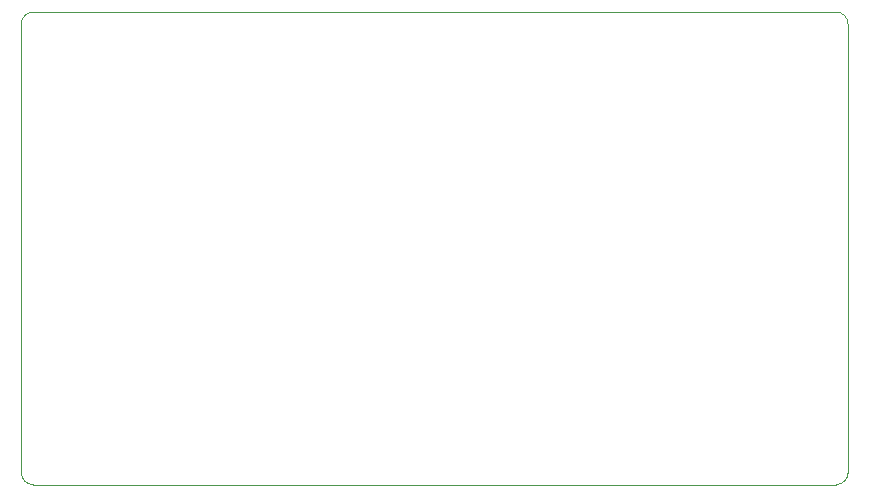
<source format=gbr>
%TF.GenerationSoftware,KiCad,Pcbnew,9.0.4-9.0.4-0~ubuntu24.04.1*%
%TF.CreationDate,2025-09-07T14:44:53-04:00*%
%TF.ProjectId,TCD1304Rev2,54434431-3330-4345-9265-76322e6b6963,rev?*%
%TF.SameCoordinates,PX7270e00PY7270e00*%
%TF.FileFunction,Profile,NP*%
%FSLAX46Y46*%
G04 Gerber Fmt 4.6, Leading zero omitted, Abs format (unit mm)*
G04 Created by KiCad (PCBNEW 9.0.4-9.0.4-0~ubuntu24.04.1) date 2025-09-07 14:44:53*
%MOMM*%
%LPD*%
G01*
G04 APERTURE LIST*
%TA.AperFunction,Profile*%
%ADD10C,0.100000*%
%TD*%
G04 APERTURE END LIST*
D10*
X0Y39000000D02*
G75*
G02*
X1000000Y40000000I1000000J0D01*
G01*
X69000000Y0D02*
X1000000Y0D01*
X70000000Y39000000D02*
X70000000Y1000000D01*
X1000000Y0D02*
G75*
G02*
X0Y1000000I0J1000000D01*
G01*
X70000000Y1000000D02*
G75*
G02*
X69000000Y0I-1000000J0D01*
G01*
X1000000Y40000000D02*
X69000000Y40000000D01*
X69000000Y40000000D02*
G75*
G02*
X70000000Y39000000I0J-1000000D01*
G01*
X0Y39000000D02*
X0Y1000000D01*
M02*

</source>
